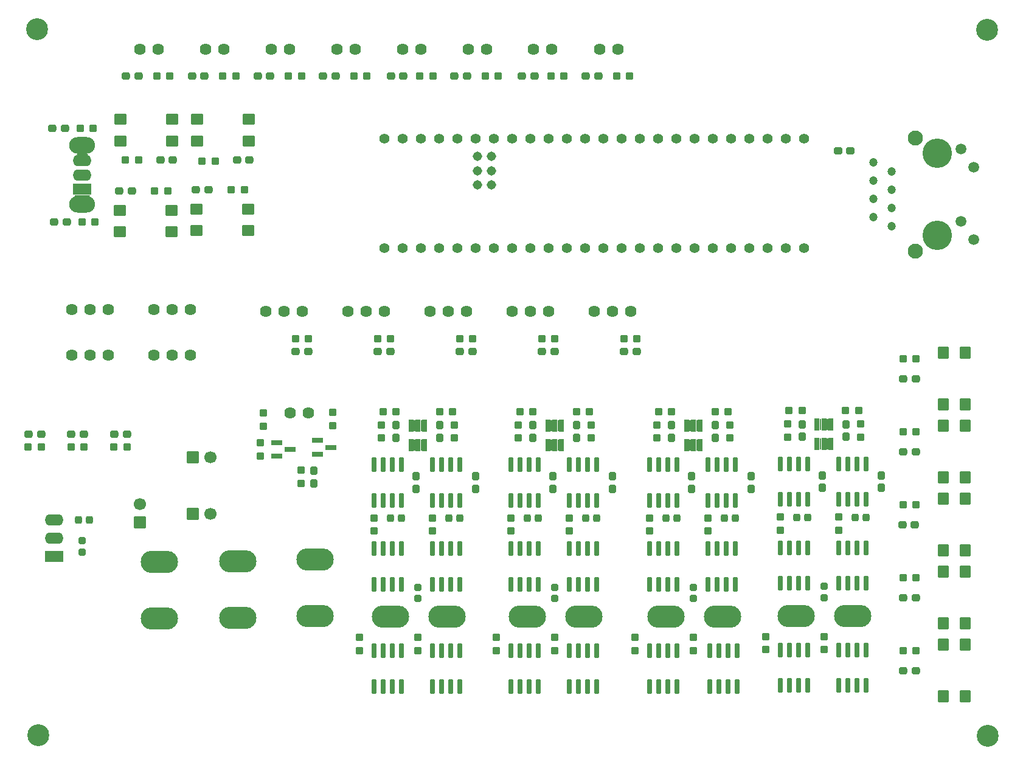
<source format=gts>
G04 #@! TF.GenerationSoftware,KiCad,Pcbnew,(6.0.7)*
G04 #@! TF.CreationDate,2023-03-20T22:10:27-05:00*
G04 #@! TF.ProjectId,ScienceMotorController,53636965-6e63-4654-9d6f-746f72436f6e,rev?*
G04 #@! TF.SameCoordinates,Original*
G04 #@! TF.FileFunction,Soldermask,Top*
G04 #@! TF.FilePolarity,Negative*
%FSLAX46Y46*%
G04 Gerber Fmt 4.6, Leading zero omitted, Abs format (unit mm)*
G04 Created by KiCad (PCBNEW (6.0.7)) date 2023-03-20 22:10:27*
%MOMM*%
%LPD*%
G01*
G04 APERTURE LIST*
G04 Aperture macros list*
%AMRoundRect*
0 Rectangle with rounded corners*
0 $1 Rounding radius*
0 $2 $3 $4 $5 $6 $7 $8 $9 X,Y pos of 4 corners*
0 Add a 4 corners polygon primitive as box body*
4,1,4,$2,$3,$4,$5,$6,$7,$8,$9,$2,$3,0*
0 Add four circle primitives for the rounded corners*
1,1,$1+$1,$2,$3*
1,1,$1+$1,$4,$5*
1,1,$1+$1,$6,$7*
1,1,$1+$1,$8,$9*
0 Add four rect primitives between the rounded corners*
20,1,$1+$1,$2,$3,$4,$5,0*
20,1,$1+$1,$4,$5,$6,$7,0*
20,1,$1+$1,$6,$7,$8,$9,0*
20,1,$1+$1,$8,$9,$2,$3,0*%
G04 Aperture macros list end*
%ADD10C,1.624000*%
%ADD11RoundRect,0.287500X0.237500X-0.250000X0.237500X0.250000X-0.237500X0.250000X-0.237500X-0.250000X0*%
%ADD12RoundRect,0.287500X-0.237500X0.250000X-0.237500X-0.250000X0.237500X-0.250000X0.237500X0.250000X0*%
%ADD13C,3.046400*%
%ADD14RoundRect,0.287500X-0.250000X-0.237500X0.250000X-0.237500X0.250000X0.237500X-0.250000X0.237500X0*%
%ADD15RoundRect,0.275000X0.225000X0.250000X-0.225000X0.250000X-0.225000X-0.250000X0.225000X-0.250000X0*%
%ADD16RoundRect,0.275000X0.250000X-0.225000X0.250000X0.225000X-0.250000X0.225000X-0.250000X-0.225000X0*%
%ADD17RoundRect,0.287500X0.250000X0.237500X-0.250000X0.237500X-0.250000X-0.237500X0.250000X-0.237500X0*%
%ADD18RoundRect,0.200000X-0.150000X0.825000X-0.150000X-0.825000X0.150000X-0.825000X0.150000X0.825000X0*%
%ADD19RoundRect,0.287500X-0.287500X-0.237500X0.287500X-0.237500X0.287500X0.237500X-0.287500X0.237500X0*%
%ADD20RoundRect,0.287500X0.287500X0.237500X-0.287500X0.237500X-0.287500X-0.237500X0.287500X-0.237500X0*%
%ADD21RoundRect,0.050000X1.250000X-0.750000X1.250000X0.750000X-1.250000X0.750000X-1.250000X-0.750000X0*%
%ADD22O,2.600000X1.600000*%
%ADD23RoundRect,0.275000X-0.225000X-0.250000X0.225000X-0.250000X0.225000X0.250000X-0.225000X0.250000X0*%
%ADD24RoundRect,0.287500X0.237500X-0.287500X0.237500X0.287500X-0.237500X0.287500X-0.237500X-0.287500X0*%
%ADD25RoundRect,0.050000X-0.325000X0.780000X-0.325000X-0.780000X0.325000X-0.780000X0.325000X0.780000X0*%
%ADD26RoundRect,0.200000X-0.587500X-0.150000X0.587500X-0.150000X0.587500X0.150000X-0.587500X0.150000X0*%
%ADD27RoundRect,0.287500X0.300000X0.237500X-0.300000X0.237500X-0.300000X-0.237500X0.300000X-0.237500X0*%
%ADD28RoundRect,0.050000X-0.700000X0.800000X-0.700000X-0.800000X0.700000X-0.800000X0.700000X0.800000X0*%
%ADD29RoundRect,0.050000X-0.800000X-0.800000X0.800000X-0.800000X0.800000X0.800000X-0.800000X0.800000X0*%
%ADD30C,1.700000*%
%ADD31C,1.408000*%
%ADD32C,1.308000*%
%ADD33RoundRect,0.050000X0.800000X0.700000X-0.800000X0.700000X-0.800000X-0.700000X0.800000X-0.700000X0*%
%ADD34O,3.600000X2.300000*%
%ADD35RoundRect,0.050000X0.700000X-0.800000X0.700000X0.800000X-0.700000X0.800000X-0.700000X-0.800000X0*%
%ADD36RoundRect,0.287500X-0.237500X0.287500X-0.237500X-0.287500X0.237500X-0.287500X0.237500X0.287500X0*%
%ADD37RoundRect,0.050000X-0.800000X-0.700000X0.800000X-0.700000X0.800000X0.700000X-0.800000X0.700000X0*%
%ADD38C,1.200000*%
%ADD39C,1.500000*%
%ADD40C,4.100000*%
%ADD41C,2.100000*%
%ADD42RoundRect,0.050000X0.800000X-0.800000X0.800000X0.800000X-0.800000X0.800000X-0.800000X-0.800000X0*%
%ADD43O,5.200000X3.100000*%
G04 APERTURE END LIST*
D10*
X123190000Y-38481000D03*
X125730000Y-38481000D03*
D11*
X177927000Y-92606500D03*
X177927000Y-90781500D03*
D12*
X136525000Y-103735500D03*
X136525000Y-105560500D03*
D13*
X213823420Y-134067420D03*
D14*
X125579500Y-42164000D03*
X127404500Y-42164000D03*
D11*
X118230350Y-98919700D03*
X118230350Y-97094700D03*
D14*
X202033500Y-81534000D03*
X203858500Y-81534000D03*
D10*
X150598500Y-38481000D03*
X153138500Y-38481000D03*
D14*
X137517500Y-88900000D03*
X139342500Y-88900000D03*
D15*
X132220000Y-103759000D03*
X130670000Y-103759000D03*
D16*
X153543000Y-114948000D03*
X153543000Y-113398000D03*
D10*
X97764600Y-74676000D03*
X100304600Y-74676000D03*
X102844600Y-74676000D03*
X91414600Y-81026000D03*
X88874600Y-81026000D03*
X86334600Y-81026000D03*
D17*
X187983500Y-88773000D03*
X186158500Y-88773000D03*
D18*
X196850000Y-96204000D03*
X195580000Y-96204000D03*
X194310000Y-96204000D03*
X193040000Y-96204000D03*
X193040000Y-101154000D03*
X194310000Y-101154000D03*
X195580000Y-101154000D03*
X196850000Y-101154000D03*
X132207000Y-122239000D03*
X130937000Y-122239000D03*
X129667000Y-122239000D03*
X128397000Y-122239000D03*
X128397000Y-127189000D03*
X129667000Y-127189000D03*
X130937000Y-127189000D03*
X132207000Y-127189000D03*
X178943000Y-122239000D03*
X177673000Y-122239000D03*
X176403000Y-122239000D03*
X175133000Y-122239000D03*
X175133000Y-127189000D03*
X176403000Y-127189000D03*
X177673000Y-127189000D03*
X178943000Y-127189000D03*
D19*
X140349000Y-80518000D03*
X142099000Y-80518000D03*
D14*
X151741500Y-78740000D03*
X153566500Y-78740000D03*
D11*
X158623000Y-92606500D03*
X158623000Y-90781500D03*
D20*
X100379500Y-53924200D03*
X98629500Y-53924200D03*
D12*
X145415000Y-120372500D03*
X145415000Y-122197500D03*
D14*
X202033500Y-101854000D03*
X203858500Y-101854000D03*
D20*
X203821000Y-84328000D03*
X202071000Y-84328000D03*
D18*
X178689000Y-96331000D03*
X177419000Y-96331000D03*
X176149000Y-96331000D03*
X174879000Y-96331000D03*
X174879000Y-101281000D03*
X176149000Y-101281000D03*
X177419000Y-101281000D03*
X178689000Y-101281000D03*
D14*
X143844000Y-42164000D03*
X145669000Y-42164000D03*
X152988000Y-42164000D03*
X154813000Y-42164000D03*
D21*
X83820000Y-109093000D03*
D22*
X83820000Y-106553000D03*
X83820000Y-104013000D03*
D12*
X112997950Y-89119100D03*
X112997950Y-90944100D03*
D10*
X102844600Y-81026000D03*
X100304600Y-81026000D03*
X97764600Y-81026000D03*
D14*
X80240500Y-93853000D03*
X82065500Y-93853000D03*
D12*
X182880000Y-120245500D03*
X182880000Y-122070500D03*
D23*
X87236000Y-104013000D03*
X88786000Y-104013000D03*
D10*
X86334600Y-74676000D03*
X88874600Y-74676000D03*
X91414600Y-74676000D03*
X132334000Y-38481000D03*
X134874000Y-38481000D03*
D15*
X178702000Y-103759000D03*
X177152000Y-103759000D03*
D24*
X169799000Y-92569000D03*
X169799000Y-90819000D03*
D18*
X140335000Y-108015000D03*
X139065000Y-108015000D03*
X137795000Y-108015000D03*
X136525000Y-108015000D03*
X136525000Y-112965000D03*
X137795000Y-112965000D03*
X139065000Y-112965000D03*
X140335000Y-112965000D03*
D25*
X191958000Y-90725000D03*
X191008000Y-90725000D03*
X190058000Y-90725000D03*
X190058000Y-93425000D03*
X191008000Y-93425000D03*
X191958000Y-93425000D03*
D12*
X193040000Y-103608500D03*
X193040000Y-105433500D03*
D18*
X151257000Y-108015000D03*
X149987000Y-108015000D03*
X148717000Y-108015000D03*
X147447000Y-108015000D03*
X147447000Y-112965000D03*
X148717000Y-112965000D03*
X149987000Y-112965000D03*
X151257000Y-112965000D03*
D15*
X159398000Y-103759000D03*
X157848000Y-103759000D03*
D10*
X159004000Y-74930000D03*
X161544000Y-74930000D03*
X164084000Y-74930000D03*
X116655550Y-89066400D03*
X119195550Y-89066400D03*
D19*
X92914500Y-58216800D03*
X94664500Y-58216800D03*
D26*
X120493250Y-92942400D03*
X120493250Y-94842400D03*
X122368250Y-93892400D03*
D14*
X140311500Y-78740000D03*
X142136500Y-78740000D03*
D27*
X194676000Y-52578000D03*
X192951000Y-52578000D03*
D28*
X210669000Y-90888000D03*
X210669000Y-98088000D03*
X207669000Y-90888000D03*
X207669000Y-98088000D03*
D24*
X156591000Y-92569000D03*
X156591000Y-90819000D03*
D11*
X122649950Y-90844400D03*
X122649950Y-89019400D03*
D18*
X159385000Y-122239000D03*
X158115000Y-122239000D03*
X156845000Y-122239000D03*
X155575000Y-122239000D03*
X155575000Y-127189000D03*
X156845000Y-127189000D03*
X158115000Y-127189000D03*
X159385000Y-127189000D03*
D17*
X169822500Y-88900000D03*
X167997500Y-88900000D03*
D24*
X190754000Y-99554000D03*
X190754000Y-97804000D03*
D19*
X83834000Y-62534800D03*
X85584000Y-62534800D03*
D14*
X128881500Y-78740000D03*
X130706500Y-78740000D03*
X134747000Y-42164000D03*
X136572000Y-42164000D03*
D15*
X140348000Y-103759000D03*
X138798000Y-103759000D03*
D10*
X159766000Y-38481000D03*
X162306000Y-38481000D03*
D18*
X132207000Y-108015000D03*
X130937000Y-108015000D03*
X129667000Y-108015000D03*
X128397000Y-108015000D03*
X128397000Y-112965000D03*
X129667000Y-112965000D03*
X130937000Y-112965000D03*
X132207000Y-112965000D03*
X196850000Y-107888000D03*
X195580000Y-107888000D03*
X194310000Y-107888000D03*
X193040000Y-107888000D03*
X193040000Y-112838000D03*
X194310000Y-112838000D03*
X195580000Y-112838000D03*
X196850000Y-112838000D03*
D10*
X95758000Y-38481000D03*
X98298000Y-38481000D03*
D14*
X163171500Y-78740000D03*
X164996500Y-78740000D03*
D18*
X159385000Y-108015000D03*
X158115000Y-108015000D03*
X156845000Y-108015000D03*
X155575000Y-108015000D03*
X155575000Y-112965000D03*
X156845000Y-112965000D03*
X158115000Y-112965000D03*
X159385000Y-112965000D03*
D19*
X117489000Y-80518000D03*
X119239000Y-80518000D03*
D12*
X148463000Y-90781500D03*
X148463000Y-92606500D03*
D19*
X103029750Y-42164000D03*
X104779750Y-42164000D03*
D16*
X134493000Y-114948000D03*
X134493000Y-113398000D03*
X172847000Y-114948000D03*
X172847000Y-113398000D03*
D18*
X178689000Y-108015000D03*
X177419000Y-108015000D03*
X176149000Y-108015000D03*
X174879000Y-108015000D03*
X174879000Y-112965000D03*
X176149000Y-112965000D03*
X177419000Y-112965000D03*
X178689000Y-112965000D03*
X151257000Y-96331000D03*
X149987000Y-96331000D03*
X148717000Y-96331000D03*
X147447000Y-96331000D03*
X147447000Y-101281000D03*
X148717000Y-101281000D03*
X149987000Y-101281000D03*
X151257000Y-101281000D03*
D25*
X135443000Y-90852000D03*
X134493000Y-90852000D03*
X133543000Y-90852000D03*
X133543000Y-93552000D03*
X134493000Y-93552000D03*
X135443000Y-93552000D03*
D15*
X196863000Y-103632000D03*
X195313000Y-103632000D03*
D24*
X172593000Y-99681000D03*
X172593000Y-97931000D03*
D11*
X196088000Y-92479500D03*
X196088000Y-90654500D03*
D14*
X202033500Y-122174000D03*
X203858500Y-122174000D03*
D24*
X187960000Y-92442000D03*
X187960000Y-90692000D03*
D19*
X157851500Y-42164000D03*
X159601500Y-42164000D03*
D12*
X153543000Y-120372500D03*
X153543000Y-122197500D03*
D16*
X87757000Y-108471000D03*
X87757000Y-106921000D03*
D28*
X210669000Y-121368000D03*
X210669000Y-128568000D03*
X207669000Y-121368000D03*
X207669000Y-128568000D03*
D14*
X202033500Y-112014000D03*
X203858500Y-112014000D03*
D12*
X172847000Y-120372500D03*
X172847000Y-122197500D03*
D18*
X188722000Y-96204000D03*
X187452000Y-96204000D03*
X186182000Y-96204000D03*
X184912000Y-96204000D03*
X184912000Y-101154000D03*
X186182000Y-101154000D03*
X187452000Y-101154000D03*
X188722000Y-101154000D03*
X170561000Y-122239000D03*
X169291000Y-122239000D03*
X168021000Y-122239000D03*
X166751000Y-122239000D03*
X166751000Y-127189000D03*
X168021000Y-127189000D03*
X169291000Y-127189000D03*
X170561000Y-127189000D03*
D10*
X147574000Y-74930000D03*
X150114000Y-74930000D03*
X152654000Y-74930000D03*
D12*
X129413000Y-90781500D03*
X129413000Y-92606500D03*
D19*
X139563500Y-42164000D03*
X141313500Y-42164000D03*
D15*
X151270000Y-103759000D03*
X149720000Y-103759000D03*
D19*
X93867000Y-42164000D03*
X95617000Y-42164000D03*
X128919000Y-80518000D03*
X130669000Y-80518000D03*
D14*
X117451500Y-78740000D03*
X119276500Y-78740000D03*
D12*
X166751000Y-103735500D03*
X166751000Y-105560500D03*
D15*
X170574000Y-103759000D03*
X169024000Y-103759000D03*
D18*
X188722000Y-122112000D03*
X187452000Y-122112000D03*
X186182000Y-122112000D03*
X184912000Y-122112000D03*
X184912000Y-127062000D03*
X186182000Y-127062000D03*
X187452000Y-127062000D03*
X188722000Y-127062000D03*
D10*
X136144000Y-74930000D03*
X138684000Y-74930000D03*
X141224000Y-74930000D03*
D14*
X116459000Y-42164000D03*
X118284000Y-42164000D03*
D18*
X159385000Y-96331000D03*
X158115000Y-96331000D03*
X156845000Y-96331000D03*
X155575000Y-96331000D03*
X155575000Y-101281000D03*
X156845000Y-101281000D03*
X158115000Y-101281000D03*
X159385000Y-101281000D03*
X170561000Y-108015000D03*
X169291000Y-108015000D03*
X168021000Y-108015000D03*
X166751000Y-108015000D03*
X166751000Y-112965000D03*
X168021000Y-112965000D03*
X169291000Y-112965000D03*
X170561000Y-112965000D03*
X151257000Y-122239000D03*
X149987000Y-122239000D03*
X148717000Y-122239000D03*
X147447000Y-122239000D03*
X147447000Y-127189000D03*
X148717000Y-127189000D03*
X149987000Y-127189000D03*
X151257000Y-127189000D03*
D14*
X202033500Y-91694000D03*
X203858500Y-91694000D03*
D18*
X140335000Y-122239000D03*
X139065000Y-122239000D03*
X137795000Y-122239000D03*
X136525000Y-122239000D03*
X136525000Y-127189000D03*
X137795000Y-127189000D03*
X139065000Y-127189000D03*
X140335000Y-127189000D03*
D24*
X142494000Y-99681000D03*
X142494000Y-97931000D03*
D29*
X103124000Y-103124000D03*
D30*
X105624000Y-103124000D03*
D31*
X132334000Y-66167000D03*
X134874000Y-66167000D03*
X137414000Y-66167000D03*
X139954000Y-66167000D03*
X165354000Y-66167000D03*
X134874000Y-50927000D03*
X142494000Y-66167000D03*
X145034000Y-66167000D03*
X147574000Y-66167000D03*
X150114000Y-66167000D03*
X152654000Y-66167000D03*
X155194000Y-66167000D03*
X157734000Y-66167000D03*
X160274000Y-66167000D03*
X162814000Y-66167000D03*
X162814000Y-50927000D03*
X160274000Y-50927000D03*
X157734000Y-50927000D03*
X155194000Y-50927000D03*
X152654000Y-50927000D03*
X150114000Y-50927000D03*
X147574000Y-50927000D03*
X145034000Y-50927000D03*
X142494000Y-50927000D03*
X139954000Y-50927000D03*
X137414000Y-50927000D03*
X167894000Y-66167000D03*
X170434000Y-66167000D03*
X172974000Y-66167000D03*
X175514000Y-66167000D03*
X178054000Y-66167000D03*
X180594000Y-66167000D03*
X183134000Y-66167000D03*
X185674000Y-66167000D03*
X188214000Y-66167000D03*
X188214000Y-50927000D03*
X185674000Y-50927000D03*
X183134000Y-50927000D03*
X180594000Y-50927000D03*
X178054000Y-50927000D03*
X175514000Y-50927000D03*
X172974000Y-50927000D03*
X170434000Y-50927000D03*
X167894000Y-50927000D03*
X129794000Y-66167000D03*
X165354000Y-50927000D03*
X132334000Y-50927000D03*
D32*
X144764000Y-55377000D03*
X142764000Y-55377000D03*
X142764000Y-53377000D03*
X144764000Y-53377000D03*
X144764000Y-57377000D03*
X142764000Y-57377000D03*
D31*
X129794000Y-50927000D03*
D11*
X112540750Y-95109700D03*
X112540750Y-93284700D03*
D12*
X184912000Y-103608500D03*
X184912000Y-105433500D03*
D20*
X203821000Y-124968000D03*
X202071000Y-124968000D03*
D19*
X148961500Y-42164000D03*
X150711500Y-42164000D03*
D18*
X196850000Y-122112000D03*
X195580000Y-122112000D03*
X194310000Y-122112000D03*
X193040000Y-122112000D03*
X193040000Y-127062000D03*
X194310000Y-127062000D03*
X195580000Y-127062000D03*
X196850000Y-127062000D03*
D14*
X87479500Y-49479200D03*
X89304500Y-49479200D03*
D18*
X140335000Y-96331000D03*
X139065000Y-96331000D03*
X137795000Y-96331000D03*
X136525000Y-96331000D03*
X136525000Y-101281000D03*
X137795000Y-101281000D03*
X139065000Y-101281000D03*
X140335000Y-101281000D03*
D24*
X137541000Y-92569000D03*
X137541000Y-90819000D03*
D33*
X110892500Y-63730000D03*
X103692500Y-63730000D03*
X103692500Y-60730000D03*
X110892500Y-60730000D03*
D20*
X203821000Y-114808000D03*
X202071000Y-114808000D03*
D28*
X210669000Y-101048000D03*
X210669000Y-108248000D03*
X207669000Y-101048000D03*
X207669000Y-108248000D03*
D14*
X97830000Y-58216800D03*
X99655000Y-58216800D03*
X92178500Y-93853000D03*
X94003500Y-93853000D03*
D17*
X106259000Y-54051200D03*
X104434000Y-54051200D03*
D34*
X87775100Y-51881600D03*
X87775100Y-60081600D03*
D21*
X87775100Y-57981600D03*
D22*
X87775100Y-55981600D03*
X87775100Y-53981600D03*
D14*
X98147500Y-42164000D03*
X99972500Y-42164000D03*
X156567500Y-88900000D03*
X158392500Y-88900000D03*
D35*
X207669000Y-80728000D03*
X207669000Y-87928000D03*
X210669000Y-87928000D03*
X210669000Y-80728000D03*
D11*
X139573000Y-92606500D03*
X139573000Y-90781500D03*
D14*
X194032500Y-88773000D03*
X195857500Y-88773000D03*
D17*
X131468500Y-88900000D03*
X129643500Y-88900000D03*
D18*
X188722000Y-107888000D03*
X187452000Y-107888000D03*
X186182000Y-107888000D03*
X184912000Y-107888000D03*
X184912000Y-112838000D03*
X186182000Y-112838000D03*
X187452000Y-112838000D03*
X188722000Y-112838000D03*
D10*
X114046000Y-38481000D03*
X116586000Y-38481000D03*
D20*
X93966000Y-92075000D03*
X92216000Y-92075000D03*
D24*
X194056000Y-92442000D03*
X194056000Y-90692000D03*
D12*
X174879000Y-103735500D03*
X174879000Y-105560500D03*
D14*
X175871500Y-88900000D03*
X177696500Y-88900000D03*
D18*
X170561000Y-96331000D03*
X169291000Y-96331000D03*
X168021000Y-96331000D03*
X166751000Y-96331000D03*
X166751000Y-101281000D03*
X168021000Y-101281000D03*
X169291000Y-101281000D03*
X170561000Y-101281000D03*
D20*
X82028000Y-92075000D03*
X80278000Y-92075000D03*
D15*
X188735000Y-103632000D03*
X187185000Y-103632000D03*
D36*
X120008350Y-97183000D03*
X120008350Y-98933000D03*
D12*
X147447000Y-103735500D03*
X147447000Y-105560500D03*
D14*
X108498000Y-58071000D03*
X110323000Y-58071000D03*
D24*
X150495000Y-92569000D03*
X150495000Y-90819000D03*
D20*
X87997000Y-92075000D03*
X86247000Y-92075000D03*
D12*
X164719000Y-120372500D03*
X164719000Y-122197500D03*
D25*
X173797000Y-90852000D03*
X172847000Y-90852000D03*
X171897000Y-90852000D03*
X171897000Y-93552000D03*
X172847000Y-93552000D03*
X173797000Y-93552000D03*
D24*
X180848000Y-99681000D03*
X180848000Y-97931000D03*
D19*
X103582500Y-58071000D03*
X105332500Y-58071000D03*
D37*
X100224500Y-60875800D03*
X93024500Y-60875800D03*
X100224500Y-63875800D03*
X93024500Y-63875800D03*
D13*
X81615280Y-133979920D03*
D19*
X121299000Y-42164000D03*
X123049000Y-42164000D03*
X163209000Y-80518000D03*
X164959000Y-80518000D03*
D20*
X203821000Y-94488000D03*
X202071000Y-94488000D03*
D12*
X128397000Y-103735500D03*
X128397000Y-105560500D03*
D38*
X200469000Y-63117000D03*
X197929000Y-61847000D03*
X200469000Y-60577000D03*
X197929000Y-59307000D03*
X200469000Y-58037000D03*
X197929000Y-56767000D03*
X200469000Y-55497000D03*
X197929000Y-54227000D03*
D39*
X211899000Y-64997000D03*
X210109000Y-62457000D03*
X211899000Y-54887000D03*
X210109000Y-52347000D03*
D40*
X206819000Y-64387000D03*
X206819000Y-52957000D03*
D41*
X203769000Y-50797000D03*
X203769000Y-66547000D03*
D10*
X104902000Y-38481000D03*
X107442000Y-38481000D03*
D24*
X199009000Y-99554000D03*
X199009000Y-97804000D03*
D18*
X132207000Y-96331000D03*
X130937000Y-96331000D03*
X129667000Y-96331000D03*
X128397000Y-96331000D03*
X128397000Y-101281000D03*
X129667000Y-101281000D03*
X130937000Y-101281000D03*
X132207000Y-101281000D03*
D12*
X155575000Y-103735500D03*
X155575000Y-105560500D03*
X167767000Y-90781500D03*
X167767000Y-92606500D03*
D16*
X191008000Y-114821000D03*
X191008000Y-113271000D03*
D17*
X95591000Y-53924200D03*
X93766000Y-53924200D03*
D13*
X213696420Y-35731580D03*
D26*
X114803650Y-93247200D03*
X114803650Y-95147200D03*
X116678650Y-94197200D03*
D25*
X154493000Y-90852000D03*
X153543000Y-90852000D03*
X152593000Y-90852000D03*
X152593000Y-93552000D03*
X153543000Y-93552000D03*
X154493000Y-93552000D03*
D14*
X162132000Y-42164000D03*
X163957000Y-42164000D03*
D24*
X134239000Y-99681000D03*
X134239000Y-97931000D03*
D19*
X130720500Y-42164000D03*
X132470500Y-42164000D03*
D12*
X134493000Y-120372500D03*
X134493000Y-122197500D03*
D13*
X81513680Y-35692080D03*
D24*
X153289000Y-99681000D03*
X153289000Y-97931000D03*
D17*
X150518500Y-88900000D03*
X148693500Y-88900000D03*
D28*
X210669000Y-118408000D03*
X210669000Y-111208000D03*
X207669000Y-111208000D03*
X207669000Y-118408000D03*
D20*
X203680000Y-104648000D03*
X201930000Y-104648000D03*
D37*
X110978500Y-48247200D03*
X103778500Y-48247200D03*
X103778500Y-51247200D03*
X110978500Y-51247200D03*
D12*
X126365000Y-120372500D03*
X126365000Y-122197500D03*
X185928000Y-90654500D03*
X185928000Y-92479500D03*
D37*
X93110500Y-48247200D03*
X100310500Y-48247200D03*
X93110500Y-51247200D03*
X100310500Y-51247200D03*
D14*
X87733500Y-62534800D03*
X89558500Y-62534800D03*
D42*
X95758000Y-104306379D03*
D30*
X95758000Y-101806379D03*
D10*
X141478000Y-38481000D03*
X144018000Y-38481000D03*
D20*
X111047500Y-53924200D03*
X109297500Y-53924200D03*
D17*
X88034500Y-93853000D03*
X86209500Y-93853000D03*
D24*
X131445000Y-92569000D03*
X131445000Y-90819000D03*
D14*
X107310250Y-42164000D03*
X109135250Y-42164000D03*
D19*
X112178500Y-42164000D03*
X113928500Y-42164000D03*
D24*
X175895000Y-92569000D03*
X175895000Y-90819000D03*
D12*
X191008000Y-120245500D03*
X191008000Y-122070500D03*
D10*
X113284000Y-74930000D03*
X115824000Y-74930000D03*
X118364000Y-74930000D03*
D29*
X103124000Y-95274000D03*
D30*
X105624000Y-95274000D03*
D19*
X151779000Y-80518000D03*
X153529000Y-80518000D03*
D24*
X161544000Y-99681000D03*
X161544000Y-97931000D03*
D10*
X124714000Y-74930000D03*
X127254000Y-74930000D03*
X129794000Y-74930000D03*
D19*
X83580000Y-49479200D03*
X85330000Y-49479200D03*
D43*
X120129300Y-109551500D03*
X120129300Y-117425500D03*
X176869000Y-117468600D03*
X168995000Y-117468600D03*
X157565000Y-117468600D03*
X149691000Y-117468600D03*
X109375600Y-109742800D03*
X109375600Y-117616800D03*
X98453600Y-109869800D03*
X98453600Y-117743800D03*
X138515000Y-117468600D03*
X130641000Y-117468600D03*
X195030000Y-117341600D03*
X187156000Y-117341600D03*
G36*
X134866488Y-92756415D02*
G01*
X134918944Y-92800254D01*
X134987660Y-92808887D01*
X135050290Y-92778922D01*
X135069190Y-92757111D01*
X135071080Y-92756457D01*
X135072591Y-92757767D01*
X135072663Y-92758811D01*
X135070000Y-92772199D01*
X135070000Y-94331801D01*
X135072757Y-94345660D01*
X135072114Y-94347554D01*
X135070152Y-94347944D01*
X135069512Y-94347585D01*
X135017056Y-94303746D01*
X134948340Y-94295113D01*
X134885710Y-94325078D01*
X134866810Y-94346889D01*
X134864920Y-94347543D01*
X134863409Y-94346233D01*
X134863337Y-94345189D01*
X134866000Y-94331801D01*
X134866000Y-92772199D01*
X134863243Y-92758340D01*
X134863886Y-92756446D01*
X134865848Y-92756056D01*
X134866488Y-92756415D01*
G37*
G36*
X152966488Y-92756415D02*
G01*
X153018944Y-92800254D01*
X153087660Y-92808887D01*
X153150290Y-92778922D01*
X153169190Y-92757111D01*
X153171080Y-92756457D01*
X153172591Y-92757767D01*
X153172663Y-92758811D01*
X153170000Y-92772199D01*
X153170000Y-94331801D01*
X153172757Y-94345660D01*
X153172114Y-94347554D01*
X153170152Y-94347944D01*
X153169512Y-94347585D01*
X153117056Y-94303746D01*
X153048340Y-94295113D01*
X152985710Y-94325078D01*
X152966810Y-94346889D01*
X152964920Y-94347543D01*
X152963409Y-94346233D01*
X152963337Y-94345189D01*
X152966000Y-94331801D01*
X152966000Y-92772199D01*
X152963243Y-92758340D01*
X152963886Y-92756446D01*
X152965848Y-92756056D01*
X152966488Y-92756415D01*
G37*
G36*
X172270488Y-92756415D02*
G01*
X172322944Y-92800254D01*
X172391660Y-92808887D01*
X172454290Y-92778922D01*
X172473190Y-92757111D01*
X172475080Y-92756457D01*
X172476591Y-92757767D01*
X172476663Y-92758811D01*
X172474000Y-92772199D01*
X172474000Y-94331801D01*
X172476757Y-94345660D01*
X172476114Y-94347554D01*
X172474152Y-94347944D01*
X172473512Y-94347585D01*
X172421056Y-94303746D01*
X172352340Y-94295113D01*
X172289710Y-94325078D01*
X172270810Y-94346889D01*
X172268920Y-94347543D01*
X172267409Y-94346233D01*
X172267337Y-94345189D01*
X172270000Y-94331801D01*
X172270000Y-92772199D01*
X172267243Y-92758340D01*
X172267886Y-92756446D01*
X172269848Y-92756056D01*
X172270488Y-92756415D01*
G37*
G36*
X153916488Y-92756415D02*
G01*
X153968944Y-92800254D01*
X154037660Y-92808887D01*
X154100290Y-92778922D01*
X154119190Y-92757111D01*
X154121080Y-92756457D01*
X154122591Y-92757767D01*
X154122663Y-92758811D01*
X154120000Y-92772199D01*
X154120000Y-94331801D01*
X154122757Y-94345660D01*
X154122114Y-94347554D01*
X154120152Y-94347944D01*
X154119512Y-94347585D01*
X154067056Y-94303746D01*
X153998340Y-94295113D01*
X153935710Y-94325078D01*
X153916810Y-94346889D01*
X153914920Y-94347543D01*
X153913409Y-94346233D01*
X153913337Y-94345189D01*
X153916000Y-94331801D01*
X153916000Y-92772199D01*
X153913243Y-92758340D01*
X153913886Y-92756446D01*
X153915848Y-92756056D01*
X153916488Y-92756415D01*
G37*
G36*
X173220488Y-92756415D02*
G01*
X173272944Y-92800254D01*
X173341660Y-92808887D01*
X173404290Y-92778922D01*
X173423190Y-92757111D01*
X173425080Y-92756457D01*
X173426591Y-92757767D01*
X173426663Y-92758811D01*
X173424000Y-92772199D01*
X173424000Y-94331801D01*
X173426757Y-94345660D01*
X173426114Y-94347554D01*
X173424152Y-94347944D01*
X173423512Y-94347585D01*
X173371056Y-94303746D01*
X173302340Y-94295113D01*
X173239710Y-94325078D01*
X173220810Y-94346889D01*
X173218920Y-94347543D01*
X173217409Y-94346233D01*
X173217337Y-94345189D01*
X173220000Y-94331801D01*
X173220000Y-92772199D01*
X173217243Y-92758340D01*
X173217886Y-92756446D01*
X173219848Y-92756056D01*
X173220488Y-92756415D01*
G37*
G36*
X133916488Y-92756415D02*
G01*
X133968944Y-92800254D01*
X134037660Y-92808887D01*
X134100290Y-92778922D01*
X134119190Y-92757111D01*
X134121080Y-92756457D01*
X134122591Y-92757767D01*
X134122663Y-92758811D01*
X134120000Y-92772199D01*
X134120000Y-94331801D01*
X134122757Y-94345660D01*
X134122114Y-94347554D01*
X134120152Y-94347944D01*
X134119512Y-94347585D01*
X134067056Y-94303746D01*
X133998340Y-94295113D01*
X133935710Y-94325078D01*
X133916810Y-94346889D01*
X133914920Y-94347543D01*
X133913409Y-94346233D01*
X133913337Y-94345189D01*
X133916000Y-94331801D01*
X133916000Y-92772199D01*
X133913243Y-92758340D01*
X133913886Y-92756446D01*
X133915848Y-92756056D01*
X133916488Y-92756415D01*
G37*
G36*
X190431488Y-92629415D02*
G01*
X190483944Y-92673254D01*
X190552660Y-92681887D01*
X190615290Y-92651922D01*
X190634190Y-92630111D01*
X190636080Y-92629457D01*
X190637591Y-92630767D01*
X190637663Y-92631811D01*
X190635000Y-92645199D01*
X190635000Y-94204801D01*
X190637757Y-94218660D01*
X190637114Y-94220554D01*
X190635152Y-94220944D01*
X190634512Y-94220585D01*
X190582056Y-94176746D01*
X190513340Y-94168113D01*
X190450710Y-94198078D01*
X190431810Y-94219889D01*
X190429920Y-94220543D01*
X190428409Y-94219233D01*
X190428337Y-94218189D01*
X190431000Y-94204801D01*
X190431000Y-92645199D01*
X190428243Y-92631340D01*
X190428886Y-92629446D01*
X190430848Y-92629056D01*
X190431488Y-92629415D01*
G37*
G36*
X191381488Y-92629415D02*
G01*
X191433944Y-92673254D01*
X191502660Y-92681887D01*
X191565290Y-92651922D01*
X191584190Y-92630111D01*
X191586080Y-92629457D01*
X191587591Y-92630767D01*
X191587663Y-92631811D01*
X191585000Y-92645199D01*
X191585000Y-94204801D01*
X191587757Y-94218660D01*
X191587114Y-94220554D01*
X191585152Y-94220944D01*
X191584512Y-94220585D01*
X191532056Y-94176746D01*
X191463340Y-94168113D01*
X191400710Y-94198078D01*
X191381810Y-94219889D01*
X191379920Y-94220543D01*
X191378409Y-94219233D01*
X191378337Y-94218189D01*
X191381000Y-94204801D01*
X191381000Y-92645199D01*
X191378243Y-92631340D01*
X191378886Y-92629446D01*
X191380848Y-92629056D01*
X191381488Y-92629415D01*
G37*
G36*
X173220488Y-90056415D02*
G01*
X173272944Y-90100254D01*
X173341660Y-90108887D01*
X173404290Y-90078922D01*
X173423190Y-90057111D01*
X173425080Y-90056457D01*
X173426591Y-90057767D01*
X173426663Y-90058811D01*
X173424000Y-90072199D01*
X173424000Y-91631801D01*
X173426757Y-91645660D01*
X173426114Y-91647554D01*
X173424152Y-91647944D01*
X173423512Y-91647585D01*
X173371056Y-91603746D01*
X173302340Y-91595113D01*
X173239710Y-91625078D01*
X173220810Y-91646889D01*
X173218920Y-91647543D01*
X173217409Y-91646233D01*
X173217337Y-91645189D01*
X173220000Y-91631801D01*
X173220000Y-90072199D01*
X173217243Y-90058340D01*
X173217886Y-90056446D01*
X173219848Y-90056056D01*
X173220488Y-90056415D01*
G37*
G36*
X134866488Y-90056415D02*
G01*
X134918944Y-90100254D01*
X134987660Y-90108887D01*
X135050290Y-90078922D01*
X135069190Y-90057111D01*
X135071080Y-90056457D01*
X135072591Y-90057767D01*
X135072663Y-90058811D01*
X135070000Y-90072199D01*
X135070000Y-91631801D01*
X135072757Y-91645660D01*
X135072114Y-91647554D01*
X135070152Y-91647944D01*
X135069512Y-91647585D01*
X135017056Y-91603746D01*
X134948340Y-91595113D01*
X134885710Y-91625078D01*
X134866810Y-91646889D01*
X134864920Y-91647543D01*
X134863409Y-91646233D01*
X134863337Y-91645189D01*
X134866000Y-91631801D01*
X134866000Y-90072199D01*
X134863243Y-90058340D01*
X134863886Y-90056446D01*
X134865848Y-90056056D01*
X134866488Y-90056415D01*
G37*
G36*
X172270488Y-90056415D02*
G01*
X172322944Y-90100254D01*
X172391660Y-90108887D01*
X172454290Y-90078922D01*
X172473190Y-90057111D01*
X172475080Y-90056457D01*
X172476591Y-90057767D01*
X172476663Y-90058811D01*
X172474000Y-90072199D01*
X172474000Y-91631801D01*
X172476757Y-91645660D01*
X172476114Y-91647554D01*
X172474152Y-91647944D01*
X172473512Y-91647585D01*
X172421056Y-91603746D01*
X172352340Y-91595113D01*
X172289710Y-91625078D01*
X172270810Y-91646889D01*
X172268920Y-91647543D01*
X172267409Y-91646233D01*
X172267337Y-91645189D01*
X172270000Y-91631801D01*
X172270000Y-90072199D01*
X172267243Y-90058340D01*
X172267886Y-90056446D01*
X172269848Y-90056056D01*
X172270488Y-90056415D01*
G37*
G36*
X133916488Y-90056415D02*
G01*
X133968944Y-90100254D01*
X134037660Y-90108887D01*
X134100290Y-90078922D01*
X134119190Y-90057111D01*
X134121080Y-90056457D01*
X134122591Y-90057767D01*
X134122663Y-90058811D01*
X134120000Y-90072199D01*
X134120000Y-91631801D01*
X134122757Y-91645660D01*
X134122114Y-91647554D01*
X134120152Y-91647944D01*
X134119512Y-91647585D01*
X134067056Y-91603746D01*
X133998340Y-91595113D01*
X133935710Y-91625078D01*
X133916810Y-91646889D01*
X133914920Y-91647543D01*
X133913409Y-91646233D01*
X133913337Y-91645189D01*
X133916000Y-91631801D01*
X133916000Y-90072199D01*
X133913243Y-90058340D01*
X133913886Y-90056446D01*
X133915848Y-90056056D01*
X133916488Y-90056415D01*
G37*
G36*
X152966488Y-90056415D02*
G01*
X153018944Y-90100254D01*
X153087660Y-90108887D01*
X153150290Y-90078922D01*
X153169190Y-90057111D01*
X153171080Y-90056457D01*
X153172591Y-90057767D01*
X153172663Y-90058811D01*
X153170000Y-90072199D01*
X153170000Y-91631801D01*
X153172757Y-91645660D01*
X153172114Y-91647554D01*
X153170152Y-91647944D01*
X153169512Y-91647585D01*
X153117056Y-91603746D01*
X153048340Y-91595113D01*
X152985710Y-91625078D01*
X152966810Y-91646889D01*
X152964920Y-91647543D01*
X152963409Y-91646233D01*
X152963337Y-91645189D01*
X152966000Y-91631801D01*
X152966000Y-90072199D01*
X152963243Y-90058340D01*
X152963886Y-90056446D01*
X152965848Y-90056056D01*
X152966488Y-90056415D01*
G37*
G36*
X153916488Y-90056415D02*
G01*
X153968944Y-90100254D01*
X154037660Y-90108887D01*
X154100290Y-90078922D01*
X154119190Y-90057111D01*
X154121080Y-90056457D01*
X154122591Y-90057767D01*
X154122663Y-90058811D01*
X154120000Y-90072199D01*
X154120000Y-91631801D01*
X154122757Y-91645660D01*
X154122114Y-91647554D01*
X154120152Y-91647944D01*
X154119512Y-91647585D01*
X154067056Y-91603746D01*
X153998340Y-91595113D01*
X153935710Y-91625078D01*
X153916810Y-91646889D01*
X153914920Y-91647543D01*
X153913409Y-91646233D01*
X153913337Y-91645189D01*
X153916000Y-91631801D01*
X153916000Y-90072199D01*
X153913243Y-90058340D01*
X153913886Y-90056446D01*
X153915848Y-90056056D01*
X153916488Y-90056415D01*
G37*
G36*
X190431488Y-89929415D02*
G01*
X190483944Y-89973254D01*
X190552660Y-89981887D01*
X190615290Y-89951922D01*
X190634190Y-89930111D01*
X190636080Y-89929457D01*
X190637591Y-89930767D01*
X190637663Y-89931811D01*
X190635000Y-89945199D01*
X190635000Y-91504801D01*
X190637757Y-91518660D01*
X190637114Y-91520554D01*
X190635152Y-91520944D01*
X190634512Y-91520585D01*
X190582056Y-91476746D01*
X190513340Y-91468113D01*
X190450710Y-91498078D01*
X190431810Y-91519889D01*
X190429920Y-91520543D01*
X190428409Y-91519233D01*
X190428337Y-91518189D01*
X190431000Y-91504801D01*
X190431000Y-89945199D01*
X190428243Y-89931340D01*
X190428886Y-89929446D01*
X190430848Y-89929056D01*
X190431488Y-89929415D01*
G37*
G36*
X191381488Y-89929415D02*
G01*
X191433944Y-89973254D01*
X191502660Y-89981887D01*
X191565290Y-89951922D01*
X191584190Y-89930111D01*
X191586080Y-89929457D01*
X191587591Y-89930767D01*
X191587663Y-89931811D01*
X191585000Y-89945199D01*
X191585000Y-91504801D01*
X191587757Y-91518660D01*
X191587114Y-91520554D01*
X191585152Y-91520944D01*
X191584512Y-91520585D01*
X191532056Y-91476746D01*
X191463340Y-91468113D01*
X191400710Y-91498078D01*
X191381810Y-91519889D01*
X191379920Y-91520543D01*
X191378409Y-91519233D01*
X191378337Y-91518189D01*
X191381000Y-91504801D01*
X191381000Y-89945199D01*
X191378243Y-89931340D01*
X191378886Y-89929446D01*
X191380848Y-89929056D01*
X191381488Y-89929415D01*
G37*
G36*
X88908725Y-58780600D02*
G01*
X88908725Y-58782600D01*
X88907556Y-58783519D01*
X88840544Y-58803195D01*
X88795189Y-58855538D01*
X88785332Y-58924091D01*
X88814125Y-58987138D01*
X88849284Y-59012213D01*
X88850114Y-59014033D01*
X88848953Y-59015661D01*
X88847530Y-59015751D01*
X88663780Y-58958694D01*
X88455075Y-58933993D01*
X88425074Y-58933600D01*
X87125196Y-58933600D01*
X86915894Y-58952832D01*
X86713698Y-59009858D01*
X86696677Y-59018252D01*
X86694681Y-59018121D01*
X86693796Y-59016327D01*
X86694457Y-59014969D01*
X86743166Y-58971319D01*
X86761569Y-58904550D01*
X86740952Y-58838433D01*
X86687797Y-58793902D01*
X86638262Y-58783558D01*
X86636771Y-58782225D01*
X86637180Y-58780267D01*
X86638671Y-58779600D01*
X88906993Y-58779600D01*
X88908725Y-58780600D01*
G37*
G36*
X87095125Y-53029207D02*
G01*
X87125126Y-53029600D01*
X88425004Y-53029600D01*
X88628698Y-53010883D01*
X88630514Y-53011721D01*
X88630697Y-53013712D01*
X88629409Y-53014804D01*
X88618742Y-53017722D01*
X88559539Y-53054235D01*
X88529604Y-53116690D01*
X88538186Y-53185415D01*
X88582662Y-53238710D01*
X88590109Y-53242323D01*
X88591143Y-53243849D01*
X88612933Y-53256429D01*
X88613933Y-53258161D01*
X88612933Y-53259893D01*
X88611249Y-53260040D01*
X88462742Y-53205987D01*
X88286139Y-53183677D01*
X88275086Y-53183600D01*
X87275216Y-53183600D01*
X87098306Y-53203444D01*
X86943743Y-53257268D01*
X86941778Y-53256893D01*
X86941120Y-53255004D01*
X86942085Y-53253647D01*
X86958654Y-53244081D01*
X86958654Y-53242121D01*
X86959257Y-53241470D01*
X87003275Y-53211374D01*
X87030238Y-53147581D01*
X87018430Y-53079336D01*
X86971518Y-53028217D01*
X86936132Y-53014352D01*
X86934885Y-53012789D01*
X86935614Y-53010927D01*
X86937097Y-53010504D01*
X87095125Y-53029207D01*
G37*
M02*

</source>
